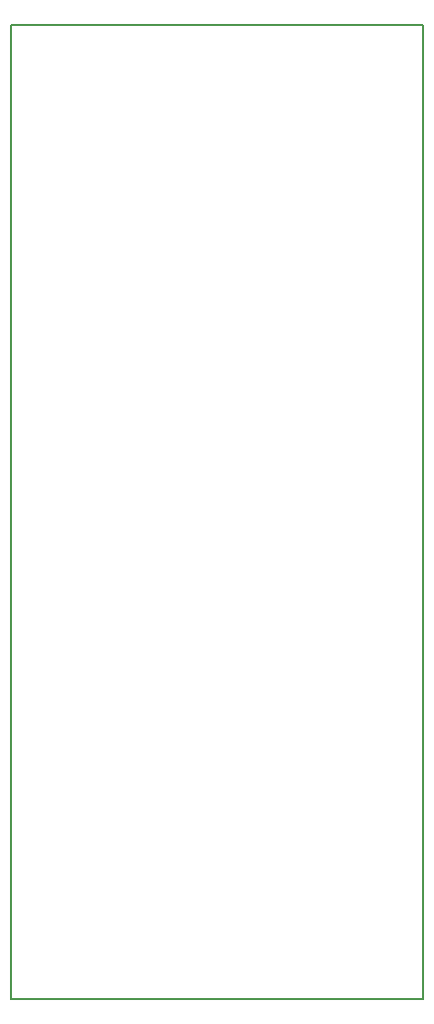
<source format=gbr>
G04 #@! TF.GenerationSoftware,KiCad,Pcbnew,(5.1.4)-1*
G04 #@! TF.CreationDate,2020-04-29T15:01:26-06:00*
G04 #@! TF.ProjectId,robot,726f626f-742e-46b6-9963-61645f706362,rev?*
G04 #@! TF.SameCoordinates,Original*
G04 #@! TF.FileFunction,Profile,NP*
%FSLAX46Y46*%
G04 Gerber Fmt 4.6, Leading zero omitted, Abs format (unit mm)*
G04 Created by KiCad (PCBNEW (5.1.4)-1) date 2020-04-29 15:01:26*
%MOMM*%
%LPD*%
G04 APERTURE LIST*
%ADD10C,0.150000*%
G04 APERTURE END LIST*
D10*
X95885000Y-93980000D02*
X95885000Y-101600000D01*
X130810000Y-93980000D02*
X130810000Y-101600000D01*
X95885000Y-19050000D02*
X130810000Y-19050000D01*
X130810000Y-93980000D02*
X130810000Y-77470000D01*
X95885000Y-101600000D02*
X130810000Y-101600000D01*
X95885000Y-77470000D02*
X95885000Y-93980000D01*
X95885000Y-19050000D02*
X95885000Y-77470000D01*
X130810000Y-19050000D02*
X130810000Y-77470000D01*
M02*

</source>
